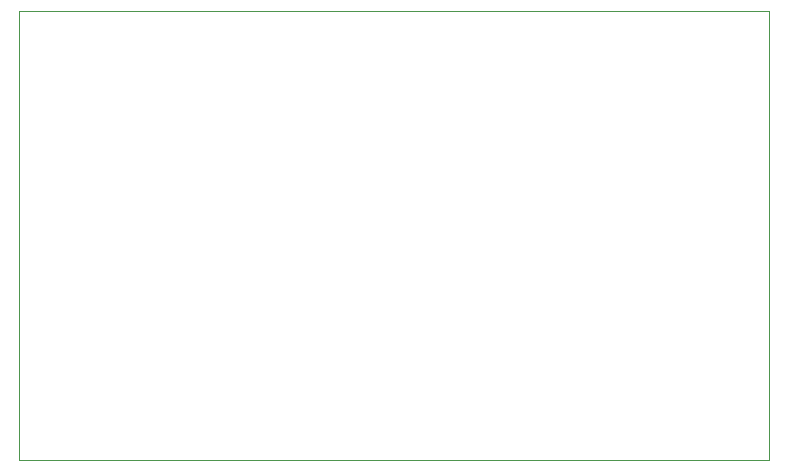
<source format=gbr>
G04 #@! TF.GenerationSoftware,KiCad,Pcbnew,(5.1.8)-1*
G04 #@! TF.CreationDate,2021-04-25T20:11:45+02:00*
G04 #@! TF.ProjectId,FSG_Reference,4653475f-5265-4666-9572-656e63652e6b,rev?*
G04 #@! TF.SameCoordinates,Original*
G04 #@! TF.FileFunction,Profile,NP*
%FSLAX46Y46*%
G04 Gerber Fmt 4.6, Leading zero omitted, Abs format (unit mm)*
G04 Created by KiCad (PCBNEW (5.1.8)-1) date 2021-04-25 20:11:45*
%MOMM*%
%LPD*%
G01*
G04 APERTURE LIST*
G04 #@! TA.AperFunction,Profile*
%ADD10C,0.050000*%
G04 #@! TD*
G04 APERTURE END LIST*
D10*
X63500000Y-139763500D02*
X63500000Y-177800000D01*
X127000000Y-139750800D02*
X63500000Y-139763500D01*
X127000000Y-177800000D02*
X127000000Y-139750800D01*
X63500000Y-177800000D02*
X127000000Y-177800000D01*
M02*

</source>
